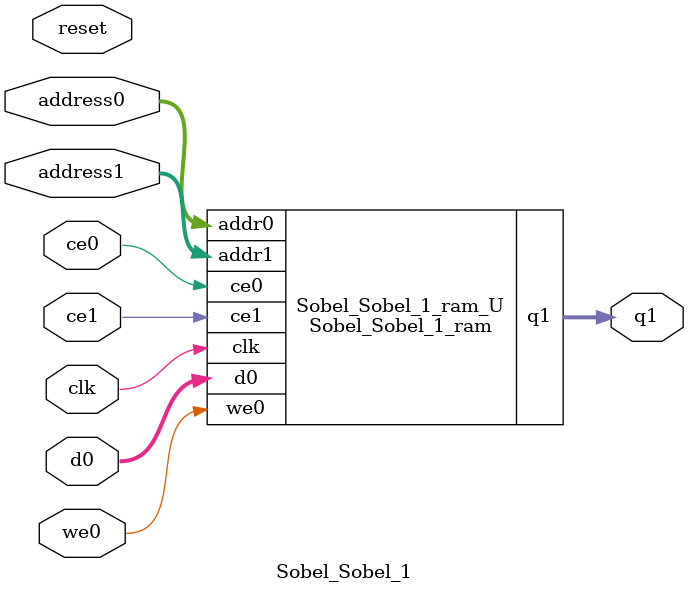
<source format=v>
`timescale 1 ns / 1 ps
module Sobel_Sobel_1_ram (addr0, ce0, d0, we0, addr1, ce1, q1,  clk);

parameter DWIDTH = 32;
parameter AWIDTH = 13;
parameter MEM_SIZE = 5000;

input[AWIDTH-1:0] addr0;
input ce0;
input[DWIDTH-1:0] d0;
input we0;
input[AWIDTH-1:0] addr1;
input ce1;
output reg[DWIDTH-1:0] q1;
input clk;

reg [DWIDTH-1:0] ram[0:MEM_SIZE-1];




always @(posedge clk)  
begin 
    if (ce0) begin
        if (we0) 
            ram[addr0] <= d0; 
    end
end


always @(posedge clk)  
begin 
    if (ce1) begin
        q1 <= ram[addr1];
    end
end


endmodule

`timescale 1 ns / 1 ps
module Sobel_Sobel_1(
    reset,
    clk,
    address0,
    ce0,
    we0,
    d0,
    address1,
    ce1,
    q1);

parameter DataWidth = 32'd32;
parameter AddressRange = 32'd5000;
parameter AddressWidth = 32'd13;
input reset;
input clk;
input[AddressWidth - 1:0] address0;
input ce0;
input we0;
input[DataWidth - 1:0] d0;
input[AddressWidth - 1:0] address1;
input ce1;
output[DataWidth - 1:0] q1;



Sobel_Sobel_1_ram Sobel_Sobel_1_ram_U(
    .clk( clk ),
    .addr0( address0 ),
    .ce0( ce0 ),
    .we0( we0 ),
    .d0( d0 ),
    .addr1( address1 ),
    .ce1( ce1 ),
    .q1( q1 ));

endmodule


</source>
